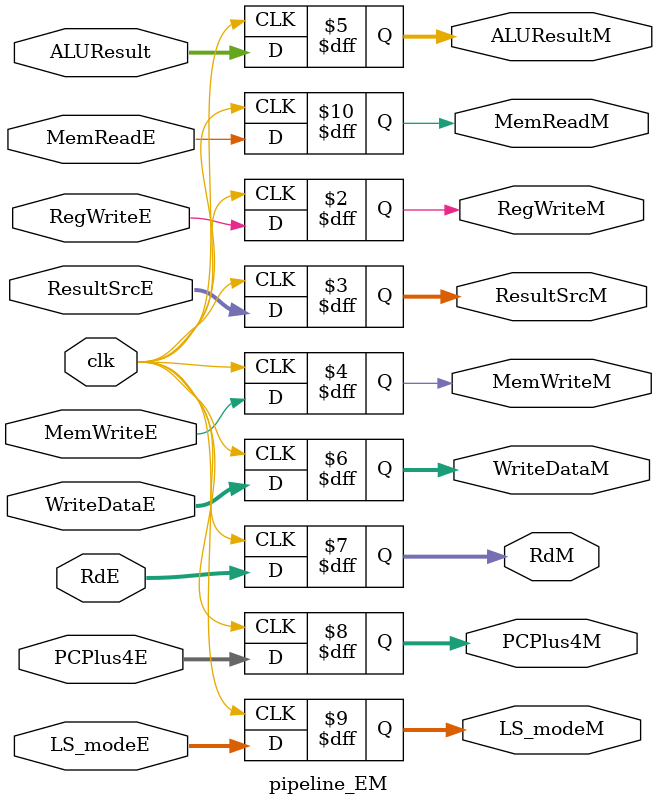
<source format=sv>
module pipeline_EM #(
    parameter DATA_WIDTH = 32
)(
    input  logic                    clk,

    // inputs
    input  logic                    RegWriteE,
    input  logic [1:0]              ResultSrcE,
    input  logic                    MemWriteE,
    input  logic [DATA_WIDTH-1:0]   ALUResult,
    input  logic [DATA_WIDTH-1:0]   WriteDataE,
    input  logic [4:0]              RdE,
    input  logic [DATA_WIDTH-1:0]   PCPlus4E,
    input  logic [2:0]              LS_modeE,
    input  logic                    MemReadE,

    // outputs
    output logic                    RegWriteM,
    output logic [1:0]              ResultSrcM,
    output logic                    MemWriteM,
    output logic [DATA_WIDTH-1:0]   ALUResultM,
    output logic [DATA_WIDTH-1:0]   WriteDataM,
    output logic [4:0]              RdM,
    output logic [DATA_WIDTH-1:0]   PCPlus4M,
    output logic [2:0]              LS_modeM,
    output logic                    MemReadM
);

always_ff @ (posedge clk) begin 
    RegWriteM <= RegWriteE;
    ResultSrcM <= ResultSrcE;
    MemWriteM <= MemWriteE;
    ALUResultM <= ALUResult;
    WriteDataM <= WriteDataE;
    RdM <= RdE;
    PCPlus4M <= PCPlus4E;
    LS_modeM <= LS_modeE;
    MemReadM <= MemReadE;
end

endmodule

</source>
